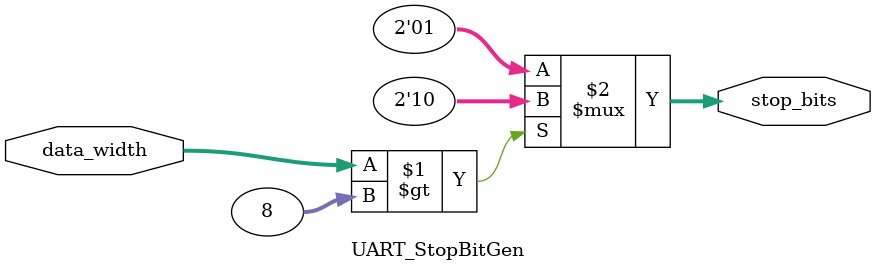
<source format=sv>
module UART_VariableWidth #(
    parameter MAX_WIDTH = 9
)(
    input  wire [3:0]              data_width,         // Configurable width: 5-9 bits
    input  wire [7:0]              rx_data,            // 8-bit received data
    output wire [MAX_WIDTH-1:0]    rx_extended,        // Extended received data
    input  wire [MAX_WIDTH-1:0]    tx_truncated,       // Truncated transmit data
    output wire [1:0]              stop_bits           // Number of stop bits
);

    // Internal signals for submodule interconnection
    wire [7:0]               rx_core_data;
    wire [MAX_WIDTH-1:0]     tx_core_data;
    wire [MAX_WIDTH-1:0]     rx_extended_internal;
    wire [1:0]               stop_bits_internal;

    // Receive Core: Handles RX data preparation
    UART_ReceiveCore u_receive_core (
        .rx_data_in         (rx_data),
        .rx_core_out        (rx_core_data)
    );

    // Transmit Core: Handles TX data preparation
    UART_TransmitCore #(
        .MAX_WIDTH(MAX_WIDTH)
    ) u_transmit_core (
        .tx_truncated_in    (tx_truncated),
        .tx_core_out        (tx_core_data)
    );

    // Data Width Adapter: Adjusts data width for RX
    UART_DataWidthAdapter #(
        .MAX_WIDTH(MAX_WIDTH)
    ) u_datawidth_adapter (
        .data_width         (data_width),
        .rx_core            (rx_core_data),
        .tx_truncated       (tx_core_data),
        .rx_extended        (rx_extended_internal)
    );

    // Stop Bit Generator: Determines stop bits based on data width
    UART_StopBitGen u_stopbit_gen (
        .data_width         (data_width),
        .stop_bits          (stop_bits_internal)
    );

    // Output assignments
    assign rx_extended = rx_extended_internal;
    assign stop_bits   = stop_bits_internal;

endmodule

// -----------------------------------------------------------------------------
// Submodule: UART_ReceiveCore
// Description: Handles received data input and provides RX core data
// -----------------------------------------------------------------------------
module UART_ReceiveCore (
    input  wire [7:0]  rx_data_in,
    output wire [7:0]  rx_core_out
);
    assign rx_core_out = rx_data_in;
endmodule

// -----------------------------------------------------------------------------
// Submodule: UART_TransmitCore
// Description: Handles transmit data input and provides TX core data
// -----------------------------------------------------------------------------
module UART_TransmitCore #(
    parameter MAX_WIDTH = 9
)(
    input  wire [MAX_WIDTH-1:0]   tx_truncated_in,
    output wire [MAX_WIDTH-1:0]   tx_core_out
);
    assign tx_core_out = tx_truncated_in;
endmodule

// -----------------------------------------------------------------------------
// Submodule: UART_DataWidthAdapter
// Description: Adapts received and transmitted data widths based on configuration
// -----------------------------------------------------------------------------
module UART_DataWidthAdapter #(
    parameter MAX_WIDTH = 9
)(
    input  wire [3:0]              data_width,     // Configurable width: 5-9 bits
    input  wire [7:0]              rx_core,        // 8-bit received data core
    input  wire [MAX_WIDTH-1:0]    tx_truncated,   // Truncated transmit data
    output reg  [MAX_WIDTH-1:0]    rx_extended     // Extended received data
);
    always @(*) begin
        case(data_width)
            4'd5: rx_extended = {4'b0, rx_core[4:0]};
            4'd6: rx_extended = {3'b0, rx_core[5:0]};
            4'd7: rx_extended = {2'b0, rx_core[6:0]};
            4'd8: rx_extended = {1'b0, rx_core[7:0]};
            4'd9: rx_extended = tx_truncated; // Directly pass 9-bit data
            default: rx_extended = {1'b0, rx_core}; // Default to 8 bits
        endcase
    end
endmodule

// -----------------------------------------------------------------------------
// Submodule: UART_StopBitGen
// Description: Dynamically generates stop bits based on data width configuration
// -----------------------------------------------------------------------------
module UART_StopBitGen (
    input  wire [3:0]  data_width,     // Configurable width: 5-9 bits
    output wire [1:0]  stop_bits       // Number of stop bits
);
    assign stop_bits = (data_width > 8) ? 2'd2 : 2'd1;
endmodule
</source>
